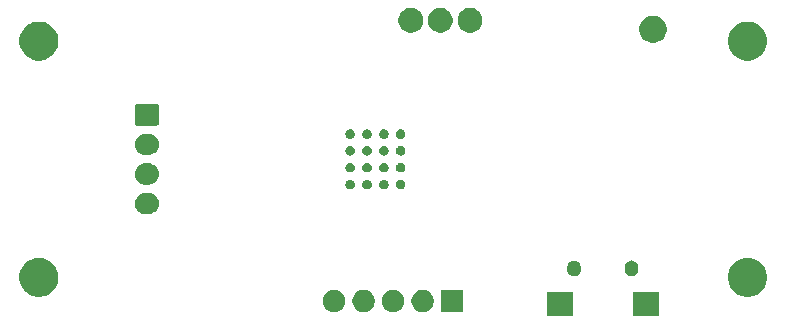
<source format=gbs>
G04 #@! TF.GenerationSoftware,KiCad,Pcbnew,(5.0.2)-1*
G04 #@! TF.CreationDate,2019-10-12T17:38:11+09:00*
G04 #@! TF.ProjectId,PD_Board,50445f42-6f61-4726-942e-6b696361645f,rev?*
G04 #@! TF.SameCoordinates,Original*
G04 #@! TF.FileFunction,Soldermask,Bot*
G04 #@! TF.FilePolarity,Negative*
%FSLAX46Y46*%
G04 Gerber Fmt 4.6, Leading zero omitted, Abs format (unit mm)*
G04 Created by KiCad (PCBNEW (5.0.2)-1) date 2019/10/12 17:38:11*
%MOMM*%
%LPD*%
G01*
G04 APERTURE LIST*
%ADD10C,0.100000*%
G04 APERTURE END LIST*
D10*
G36*
X172501000Y-103251000D02*
X170299000Y-103251000D01*
X170299000Y-101249000D01*
X172501000Y-101249000D01*
X172501000Y-103251000D01*
X172501000Y-103251000D01*
G37*
G36*
X165201000Y-103251000D02*
X162999000Y-103251000D01*
X162999000Y-101249000D01*
X165201000Y-101249000D01*
X165201000Y-103251000D01*
X165201000Y-103251000D01*
G37*
G36*
X152777396Y-101085546D02*
X152950466Y-101157234D01*
X153106230Y-101261312D01*
X153238688Y-101393770D01*
X153342766Y-101549534D01*
X153414454Y-101722604D01*
X153451000Y-101906333D01*
X153451000Y-102093667D01*
X153414454Y-102277396D01*
X153342766Y-102450466D01*
X153238688Y-102606230D01*
X153106230Y-102738688D01*
X152950466Y-102842766D01*
X152777396Y-102914454D01*
X152593667Y-102951000D01*
X152406333Y-102951000D01*
X152222604Y-102914454D01*
X152049534Y-102842766D01*
X151893770Y-102738688D01*
X151761312Y-102606230D01*
X151657234Y-102450466D01*
X151585546Y-102277396D01*
X151549000Y-102093667D01*
X151549000Y-101906333D01*
X151585546Y-101722604D01*
X151657234Y-101549534D01*
X151761312Y-101393770D01*
X151893770Y-101261312D01*
X152049534Y-101157234D01*
X152222604Y-101085546D01*
X152406333Y-101049000D01*
X152593667Y-101049000D01*
X152777396Y-101085546D01*
X152777396Y-101085546D01*
G37*
G36*
X155951000Y-102951000D02*
X154049000Y-102951000D01*
X154049000Y-101049000D01*
X155951000Y-101049000D01*
X155951000Y-102951000D01*
X155951000Y-102951000D01*
G37*
G36*
X150277396Y-101085546D02*
X150450466Y-101157234D01*
X150606230Y-101261312D01*
X150738688Y-101393770D01*
X150842766Y-101549534D01*
X150914454Y-101722604D01*
X150951000Y-101906333D01*
X150951000Y-102093667D01*
X150914454Y-102277396D01*
X150842766Y-102450466D01*
X150738688Y-102606230D01*
X150606230Y-102738688D01*
X150450466Y-102842766D01*
X150277396Y-102914454D01*
X150093667Y-102951000D01*
X149906333Y-102951000D01*
X149722604Y-102914454D01*
X149549534Y-102842766D01*
X149393770Y-102738688D01*
X149261312Y-102606230D01*
X149157234Y-102450466D01*
X149085546Y-102277396D01*
X149049000Y-102093667D01*
X149049000Y-101906333D01*
X149085546Y-101722604D01*
X149157234Y-101549534D01*
X149261312Y-101393770D01*
X149393770Y-101261312D01*
X149549534Y-101157234D01*
X149722604Y-101085546D01*
X149906333Y-101049000D01*
X150093667Y-101049000D01*
X150277396Y-101085546D01*
X150277396Y-101085546D01*
G37*
G36*
X145277396Y-101085546D02*
X145450466Y-101157234D01*
X145606230Y-101261312D01*
X145738688Y-101393770D01*
X145842766Y-101549534D01*
X145914454Y-101722604D01*
X145951000Y-101906333D01*
X145951000Y-102093667D01*
X145914454Y-102277396D01*
X145842766Y-102450466D01*
X145738688Y-102606230D01*
X145606230Y-102738688D01*
X145450466Y-102842766D01*
X145277396Y-102914454D01*
X145093667Y-102951000D01*
X144906333Y-102951000D01*
X144722604Y-102914454D01*
X144549534Y-102842766D01*
X144393770Y-102738688D01*
X144261312Y-102606230D01*
X144157234Y-102450466D01*
X144085546Y-102277396D01*
X144049000Y-102093667D01*
X144049000Y-101906333D01*
X144085546Y-101722604D01*
X144157234Y-101549534D01*
X144261312Y-101393770D01*
X144393770Y-101261312D01*
X144549534Y-101157234D01*
X144722604Y-101085546D01*
X144906333Y-101049000D01*
X145093667Y-101049000D01*
X145277396Y-101085546D01*
X145277396Y-101085546D01*
G37*
G36*
X147777396Y-101085546D02*
X147950466Y-101157234D01*
X148106230Y-101261312D01*
X148238688Y-101393770D01*
X148342766Y-101549534D01*
X148414454Y-101722604D01*
X148451000Y-101906333D01*
X148451000Y-102093667D01*
X148414454Y-102277396D01*
X148342766Y-102450466D01*
X148238688Y-102606230D01*
X148106230Y-102738688D01*
X147950466Y-102842766D01*
X147777396Y-102914454D01*
X147593667Y-102951000D01*
X147406333Y-102951000D01*
X147222604Y-102914454D01*
X147049534Y-102842766D01*
X146893770Y-102738688D01*
X146761312Y-102606230D01*
X146657234Y-102450466D01*
X146585546Y-102277396D01*
X146549000Y-102093667D01*
X146549000Y-101906333D01*
X146585546Y-101722604D01*
X146657234Y-101549534D01*
X146761312Y-101393770D01*
X146893770Y-101261312D01*
X147049534Y-101157234D01*
X147222604Y-101085546D01*
X147406333Y-101049000D01*
X147593667Y-101049000D01*
X147777396Y-101085546D01*
X147777396Y-101085546D01*
G37*
G36*
X120375256Y-98391298D02*
X120481579Y-98412447D01*
X120782042Y-98536903D01*
X120899332Y-98615274D01*
X121052454Y-98717587D01*
X121282413Y-98947546D01*
X121282415Y-98947549D01*
X121463097Y-99217958D01*
X121564562Y-99462915D01*
X121587553Y-99518422D01*
X121651000Y-99837389D01*
X121651000Y-100162611D01*
X121587553Y-100481578D01*
X121463098Y-100782040D01*
X121282413Y-101052454D01*
X121052454Y-101282413D01*
X121052451Y-101282415D01*
X120782042Y-101463097D01*
X120481579Y-101587553D01*
X120375256Y-101608702D01*
X120162611Y-101651000D01*
X119837389Y-101651000D01*
X119624744Y-101608702D01*
X119518421Y-101587553D01*
X119217958Y-101463097D01*
X118947549Y-101282415D01*
X118947546Y-101282413D01*
X118717587Y-101052454D01*
X118536902Y-100782040D01*
X118412447Y-100481578D01*
X118349000Y-100162611D01*
X118349000Y-99837389D01*
X118412447Y-99518422D01*
X118435439Y-99462915D01*
X118536903Y-99217958D01*
X118717585Y-98947549D01*
X118717587Y-98947546D01*
X118947546Y-98717587D01*
X119100668Y-98615274D01*
X119217958Y-98536903D01*
X119518421Y-98412447D01*
X119624744Y-98391298D01*
X119837389Y-98349000D01*
X120162611Y-98349000D01*
X120375256Y-98391298D01*
X120375256Y-98391298D01*
G37*
G36*
X180375256Y-98391298D02*
X180481579Y-98412447D01*
X180782042Y-98536903D01*
X180899332Y-98615274D01*
X181052454Y-98717587D01*
X181282413Y-98947546D01*
X181282415Y-98947549D01*
X181463097Y-99217958D01*
X181564562Y-99462915D01*
X181587553Y-99518422D01*
X181651000Y-99837389D01*
X181651000Y-100162611D01*
X181587553Y-100481578D01*
X181463098Y-100782040D01*
X181282413Y-101052454D01*
X181052454Y-101282413D01*
X181052451Y-101282415D01*
X180782042Y-101463097D01*
X180481579Y-101587553D01*
X180375256Y-101608702D01*
X180162611Y-101651000D01*
X179837389Y-101651000D01*
X179624744Y-101608702D01*
X179518421Y-101587553D01*
X179217958Y-101463097D01*
X178947549Y-101282415D01*
X178947546Y-101282413D01*
X178717587Y-101052454D01*
X178536902Y-100782040D01*
X178412447Y-100481578D01*
X178349000Y-100162611D01*
X178349000Y-99837389D01*
X178412447Y-99518422D01*
X178435439Y-99462915D01*
X178536903Y-99217958D01*
X178717585Y-98947549D01*
X178717587Y-98947546D01*
X178947546Y-98717587D01*
X179100668Y-98615274D01*
X179217958Y-98536903D01*
X179518421Y-98412447D01*
X179624744Y-98391298D01*
X179837389Y-98349000D01*
X180162611Y-98349000D01*
X180375256Y-98391298D01*
X180375256Y-98391298D01*
G37*
G36*
X170287915Y-98582334D02*
X170396491Y-98615271D01*
X170496556Y-98668756D01*
X170584264Y-98740736D01*
X170656244Y-98828443D01*
X170709729Y-98928508D01*
X170742666Y-99037084D01*
X170751000Y-99121702D01*
X170751000Y-99378297D01*
X170742666Y-99462915D01*
X170709729Y-99571491D01*
X170656244Y-99671556D01*
X170584264Y-99759264D01*
X170496557Y-99831244D01*
X170396492Y-99884729D01*
X170287916Y-99917666D01*
X170175000Y-99928787D01*
X170062085Y-99917666D01*
X169953509Y-99884729D01*
X169853444Y-99831244D01*
X169765737Y-99759264D01*
X169693757Y-99671557D01*
X169640271Y-99571492D01*
X169607334Y-99462916D01*
X169599000Y-99378298D01*
X169599000Y-99121703D01*
X169607334Y-99037085D01*
X169640271Y-98928509D01*
X169693756Y-98828444D01*
X169765736Y-98740736D01*
X169853443Y-98668756D01*
X169953508Y-98615271D01*
X170062084Y-98582334D01*
X170175000Y-98571213D01*
X170287915Y-98582334D01*
X170287915Y-98582334D01*
G37*
G36*
X165437915Y-98582334D02*
X165546491Y-98615271D01*
X165646556Y-98668756D01*
X165734264Y-98740736D01*
X165806244Y-98828443D01*
X165859729Y-98928508D01*
X165892666Y-99037084D01*
X165901000Y-99121702D01*
X165901000Y-99378297D01*
X165892666Y-99462915D01*
X165859729Y-99571491D01*
X165806244Y-99671556D01*
X165734264Y-99759264D01*
X165646557Y-99831244D01*
X165546492Y-99884729D01*
X165437916Y-99917666D01*
X165325000Y-99928787D01*
X165212085Y-99917666D01*
X165103509Y-99884729D01*
X165003444Y-99831244D01*
X164915737Y-99759264D01*
X164843757Y-99671557D01*
X164790271Y-99571492D01*
X164757334Y-99462916D01*
X164749000Y-99378298D01*
X164749000Y-99121703D01*
X164757334Y-99037085D01*
X164790271Y-98928509D01*
X164843756Y-98828444D01*
X164915736Y-98740736D01*
X165003443Y-98668756D01*
X165103508Y-98615271D01*
X165212084Y-98582334D01*
X165325000Y-98571213D01*
X165437915Y-98582334D01*
X165437915Y-98582334D01*
G37*
G36*
X129385443Y-92855519D02*
X129451627Y-92862037D01*
X129564853Y-92896384D01*
X129621467Y-92913557D01*
X129760087Y-92987652D01*
X129777991Y-92997222D01*
X129813729Y-93026552D01*
X129915186Y-93109814D01*
X129998448Y-93211271D01*
X130027778Y-93247009D01*
X130027779Y-93247011D01*
X130111443Y-93403533D01*
X130111443Y-93403534D01*
X130162963Y-93573373D01*
X130180359Y-93750000D01*
X130162963Y-93926627D01*
X130128616Y-94039853D01*
X130111443Y-94096467D01*
X130037348Y-94235087D01*
X130027778Y-94252991D01*
X129998448Y-94288729D01*
X129915186Y-94390186D01*
X129813729Y-94473448D01*
X129777991Y-94502778D01*
X129777989Y-94502779D01*
X129621467Y-94586443D01*
X129564853Y-94603616D01*
X129451627Y-94637963D01*
X129385443Y-94644481D01*
X129319260Y-94651000D01*
X128980740Y-94651000D01*
X128914558Y-94644482D01*
X128848373Y-94637963D01*
X128735147Y-94603616D01*
X128678533Y-94586443D01*
X128522011Y-94502779D01*
X128522009Y-94502778D01*
X128486271Y-94473448D01*
X128384814Y-94390186D01*
X128301552Y-94288729D01*
X128272222Y-94252991D01*
X128262652Y-94235087D01*
X128188557Y-94096467D01*
X128171384Y-94039853D01*
X128137037Y-93926627D01*
X128119641Y-93750000D01*
X128137037Y-93573373D01*
X128188557Y-93403534D01*
X128188557Y-93403533D01*
X128272221Y-93247011D01*
X128272222Y-93247009D01*
X128301552Y-93211271D01*
X128384814Y-93109814D01*
X128486271Y-93026552D01*
X128522009Y-92997222D01*
X128539913Y-92987652D01*
X128678533Y-92913557D01*
X128735147Y-92896384D01*
X128848373Y-92862037D01*
X128914557Y-92855519D01*
X128980740Y-92849000D01*
X129319260Y-92849000D01*
X129385443Y-92855519D01*
X129385443Y-92855519D01*
G37*
G36*
X147866951Y-91738075D02*
X147906291Y-91745900D01*
X147980405Y-91776599D01*
X148047107Y-91821168D01*
X148103832Y-91877893D01*
X148148401Y-91944595D01*
X148179100Y-92018709D01*
X148194750Y-92097389D01*
X148194750Y-92177611D01*
X148179100Y-92256291D01*
X148148401Y-92330405D01*
X148103832Y-92397107D01*
X148047107Y-92453832D01*
X147980405Y-92498401D01*
X147906291Y-92529100D01*
X147866951Y-92536925D01*
X147827612Y-92544750D01*
X147747388Y-92544750D01*
X147708049Y-92536925D01*
X147668709Y-92529100D01*
X147594595Y-92498401D01*
X147527893Y-92453832D01*
X147471168Y-92397107D01*
X147426599Y-92330405D01*
X147395900Y-92256291D01*
X147380250Y-92177611D01*
X147380250Y-92097389D01*
X147395900Y-92018709D01*
X147426599Y-91944595D01*
X147471168Y-91877893D01*
X147527893Y-91821168D01*
X147594595Y-91776599D01*
X147668709Y-91745900D01*
X147708049Y-91738075D01*
X147747388Y-91730250D01*
X147827612Y-91730250D01*
X147866951Y-91738075D01*
X147866951Y-91738075D01*
G37*
G36*
X146441951Y-91738075D02*
X146481291Y-91745900D01*
X146555405Y-91776599D01*
X146622107Y-91821168D01*
X146678832Y-91877893D01*
X146723401Y-91944595D01*
X146754100Y-92018709D01*
X146769750Y-92097389D01*
X146769750Y-92177611D01*
X146754100Y-92256291D01*
X146723401Y-92330405D01*
X146678832Y-92397107D01*
X146622107Y-92453832D01*
X146555405Y-92498401D01*
X146481291Y-92529100D01*
X146441951Y-92536925D01*
X146402612Y-92544750D01*
X146322388Y-92544750D01*
X146283049Y-92536925D01*
X146243709Y-92529100D01*
X146169595Y-92498401D01*
X146102893Y-92453832D01*
X146046168Y-92397107D01*
X146001599Y-92330405D01*
X145970900Y-92256291D01*
X145955250Y-92177611D01*
X145955250Y-92097389D01*
X145970900Y-92018709D01*
X146001599Y-91944595D01*
X146046168Y-91877893D01*
X146102893Y-91821168D01*
X146169595Y-91776599D01*
X146243709Y-91745900D01*
X146283049Y-91738075D01*
X146322388Y-91730250D01*
X146402612Y-91730250D01*
X146441951Y-91738075D01*
X146441951Y-91738075D01*
G37*
G36*
X149291951Y-91738075D02*
X149331291Y-91745900D01*
X149405405Y-91776599D01*
X149472107Y-91821168D01*
X149528832Y-91877893D01*
X149573401Y-91944595D01*
X149604100Y-92018709D01*
X149619750Y-92097389D01*
X149619750Y-92177611D01*
X149604100Y-92256291D01*
X149573401Y-92330405D01*
X149528832Y-92397107D01*
X149472107Y-92453832D01*
X149405405Y-92498401D01*
X149331291Y-92529100D01*
X149291951Y-92536925D01*
X149252612Y-92544750D01*
X149172388Y-92544750D01*
X149133049Y-92536925D01*
X149093709Y-92529100D01*
X149019595Y-92498401D01*
X148952893Y-92453832D01*
X148896168Y-92397107D01*
X148851599Y-92330405D01*
X148820900Y-92256291D01*
X148805250Y-92177611D01*
X148805250Y-92097389D01*
X148820900Y-92018709D01*
X148851599Y-91944595D01*
X148896168Y-91877893D01*
X148952893Y-91821168D01*
X149019595Y-91776599D01*
X149093709Y-91745900D01*
X149133049Y-91738075D01*
X149172388Y-91730250D01*
X149252612Y-91730250D01*
X149291951Y-91738075D01*
X149291951Y-91738075D01*
G37*
G36*
X150716951Y-91738075D02*
X150756291Y-91745900D01*
X150830405Y-91776599D01*
X150897107Y-91821168D01*
X150953832Y-91877893D01*
X150998401Y-91944595D01*
X151029100Y-92018709D01*
X151044750Y-92097389D01*
X151044750Y-92177611D01*
X151029100Y-92256291D01*
X150998401Y-92330405D01*
X150953832Y-92397107D01*
X150897107Y-92453832D01*
X150830405Y-92498401D01*
X150756291Y-92529100D01*
X150716951Y-92536925D01*
X150677612Y-92544750D01*
X150597388Y-92544750D01*
X150558049Y-92536925D01*
X150518709Y-92529100D01*
X150444595Y-92498401D01*
X150377893Y-92453832D01*
X150321168Y-92397107D01*
X150276599Y-92330405D01*
X150245900Y-92256291D01*
X150230250Y-92177611D01*
X150230250Y-92097389D01*
X150245900Y-92018709D01*
X150276599Y-91944595D01*
X150321168Y-91877893D01*
X150377893Y-91821168D01*
X150444595Y-91776599D01*
X150518709Y-91745900D01*
X150558049Y-91738075D01*
X150597388Y-91730250D01*
X150677612Y-91730250D01*
X150716951Y-91738075D01*
X150716951Y-91738075D01*
G37*
G36*
X129385442Y-90355518D02*
X129451627Y-90362037D01*
X129564142Y-90396168D01*
X129621467Y-90413557D01*
X129695058Y-90452893D01*
X129777991Y-90497222D01*
X129805252Y-90519595D01*
X129915186Y-90609814D01*
X129966538Y-90672388D01*
X130027778Y-90747009D01*
X130027779Y-90747011D01*
X130111443Y-90903533D01*
X130111443Y-90903534D01*
X130162963Y-91073373D01*
X130180359Y-91250000D01*
X130162963Y-91426627D01*
X130128616Y-91539853D01*
X130111443Y-91596467D01*
X130039933Y-91730250D01*
X130027778Y-91752991D01*
X130008403Y-91776599D01*
X129915186Y-91890186D01*
X129848887Y-91944595D01*
X129777991Y-92002778D01*
X129777989Y-92002779D01*
X129621467Y-92086443D01*
X129585385Y-92097388D01*
X129451627Y-92137963D01*
X129385443Y-92144481D01*
X129319260Y-92151000D01*
X128980740Y-92151000D01*
X128914557Y-92144481D01*
X128848373Y-92137963D01*
X128714615Y-92097388D01*
X128678533Y-92086443D01*
X128522011Y-92002779D01*
X128522009Y-92002778D01*
X128451113Y-91944595D01*
X128384814Y-91890186D01*
X128291597Y-91776599D01*
X128272222Y-91752991D01*
X128260067Y-91730250D01*
X128188557Y-91596467D01*
X128171384Y-91539853D01*
X128137037Y-91426627D01*
X128119641Y-91250000D01*
X128137037Y-91073373D01*
X128188557Y-90903534D01*
X128188557Y-90903533D01*
X128272221Y-90747011D01*
X128272222Y-90747009D01*
X128333462Y-90672388D01*
X128384814Y-90609814D01*
X128494748Y-90519595D01*
X128522009Y-90497222D01*
X128604942Y-90452893D01*
X128678533Y-90413557D01*
X128735858Y-90396168D01*
X128848373Y-90362037D01*
X128914558Y-90355518D01*
X128980740Y-90349000D01*
X129319260Y-90349000D01*
X129385442Y-90355518D01*
X129385442Y-90355518D01*
G37*
G36*
X147866951Y-90313075D02*
X147906291Y-90320900D01*
X147980405Y-90351599D01*
X148047107Y-90396168D01*
X148103832Y-90452893D01*
X148148401Y-90519595D01*
X148179100Y-90593709D01*
X148194750Y-90672389D01*
X148194750Y-90752611D01*
X148179100Y-90831291D01*
X148148401Y-90905405D01*
X148103832Y-90972107D01*
X148047107Y-91028832D01*
X147980405Y-91073401D01*
X147906291Y-91104100D01*
X147866951Y-91111925D01*
X147827612Y-91119750D01*
X147747388Y-91119750D01*
X147708049Y-91111925D01*
X147668709Y-91104100D01*
X147594595Y-91073401D01*
X147527893Y-91028832D01*
X147471168Y-90972107D01*
X147426599Y-90905405D01*
X147395900Y-90831291D01*
X147380250Y-90752611D01*
X147380250Y-90672389D01*
X147395900Y-90593709D01*
X147426599Y-90519595D01*
X147471168Y-90452893D01*
X147527893Y-90396168D01*
X147594595Y-90351599D01*
X147668709Y-90320900D01*
X147708049Y-90313075D01*
X147747388Y-90305250D01*
X147827612Y-90305250D01*
X147866951Y-90313075D01*
X147866951Y-90313075D01*
G37*
G36*
X150716951Y-90313075D02*
X150756291Y-90320900D01*
X150830405Y-90351599D01*
X150897107Y-90396168D01*
X150953832Y-90452893D01*
X150998401Y-90519595D01*
X151029100Y-90593709D01*
X151044750Y-90672389D01*
X151044750Y-90752611D01*
X151029100Y-90831291D01*
X150998401Y-90905405D01*
X150953832Y-90972107D01*
X150897107Y-91028832D01*
X150830405Y-91073401D01*
X150756291Y-91104100D01*
X150716951Y-91111925D01*
X150677612Y-91119750D01*
X150597388Y-91119750D01*
X150558049Y-91111925D01*
X150518709Y-91104100D01*
X150444595Y-91073401D01*
X150377893Y-91028832D01*
X150321168Y-90972107D01*
X150276599Y-90905405D01*
X150245900Y-90831291D01*
X150230250Y-90752611D01*
X150230250Y-90672389D01*
X150245900Y-90593709D01*
X150276599Y-90519595D01*
X150321168Y-90452893D01*
X150377893Y-90396168D01*
X150444595Y-90351599D01*
X150518709Y-90320900D01*
X150558049Y-90313075D01*
X150597388Y-90305250D01*
X150677612Y-90305250D01*
X150716951Y-90313075D01*
X150716951Y-90313075D01*
G37*
G36*
X146441951Y-90313075D02*
X146481291Y-90320900D01*
X146555405Y-90351599D01*
X146622107Y-90396168D01*
X146678832Y-90452893D01*
X146723401Y-90519595D01*
X146754100Y-90593709D01*
X146769750Y-90672389D01*
X146769750Y-90752611D01*
X146754100Y-90831291D01*
X146723401Y-90905405D01*
X146678832Y-90972107D01*
X146622107Y-91028832D01*
X146555405Y-91073401D01*
X146481291Y-91104100D01*
X146441951Y-91111925D01*
X146402612Y-91119750D01*
X146322388Y-91119750D01*
X146283049Y-91111925D01*
X146243709Y-91104100D01*
X146169595Y-91073401D01*
X146102893Y-91028832D01*
X146046168Y-90972107D01*
X146001599Y-90905405D01*
X145970900Y-90831291D01*
X145955250Y-90752611D01*
X145955250Y-90672389D01*
X145970900Y-90593709D01*
X146001599Y-90519595D01*
X146046168Y-90452893D01*
X146102893Y-90396168D01*
X146169595Y-90351599D01*
X146243709Y-90320900D01*
X146283049Y-90313075D01*
X146322388Y-90305250D01*
X146402612Y-90305250D01*
X146441951Y-90313075D01*
X146441951Y-90313075D01*
G37*
G36*
X149291951Y-90313075D02*
X149331291Y-90320900D01*
X149405405Y-90351599D01*
X149472107Y-90396168D01*
X149528832Y-90452893D01*
X149573401Y-90519595D01*
X149604100Y-90593709D01*
X149619750Y-90672389D01*
X149619750Y-90752611D01*
X149604100Y-90831291D01*
X149573401Y-90905405D01*
X149528832Y-90972107D01*
X149472107Y-91028832D01*
X149405405Y-91073401D01*
X149331291Y-91104100D01*
X149291951Y-91111925D01*
X149252612Y-91119750D01*
X149172388Y-91119750D01*
X149133049Y-91111925D01*
X149093709Y-91104100D01*
X149019595Y-91073401D01*
X148952893Y-91028832D01*
X148896168Y-90972107D01*
X148851599Y-90905405D01*
X148820900Y-90831291D01*
X148805250Y-90752611D01*
X148805250Y-90672389D01*
X148820900Y-90593709D01*
X148851599Y-90519595D01*
X148896168Y-90452893D01*
X148952893Y-90396168D01*
X149019595Y-90351599D01*
X149093709Y-90320900D01*
X149133049Y-90313075D01*
X149172388Y-90305250D01*
X149252612Y-90305250D01*
X149291951Y-90313075D01*
X149291951Y-90313075D01*
G37*
G36*
X147866951Y-88888075D02*
X147906291Y-88895900D01*
X147980405Y-88926599D01*
X148047107Y-88971168D01*
X148103832Y-89027893D01*
X148148401Y-89094595D01*
X148179100Y-89168709D01*
X148194750Y-89247389D01*
X148194750Y-89327611D01*
X148179100Y-89406291D01*
X148148401Y-89480405D01*
X148103832Y-89547107D01*
X148047107Y-89603832D01*
X147980405Y-89648401D01*
X147906291Y-89679100D01*
X147866951Y-89686925D01*
X147827612Y-89694750D01*
X147747388Y-89694750D01*
X147708049Y-89686925D01*
X147668709Y-89679100D01*
X147594595Y-89648401D01*
X147527893Y-89603832D01*
X147471168Y-89547107D01*
X147426599Y-89480405D01*
X147395900Y-89406291D01*
X147380250Y-89327611D01*
X147380250Y-89247389D01*
X147395900Y-89168709D01*
X147426599Y-89094595D01*
X147471168Y-89027893D01*
X147527893Y-88971168D01*
X147594595Y-88926599D01*
X147668709Y-88895900D01*
X147708049Y-88888075D01*
X147747388Y-88880250D01*
X147827612Y-88880250D01*
X147866951Y-88888075D01*
X147866951Y-88888075D01*
G37*
G36*
X146441951Y-88888075D02*
X146481291Y-88895900D01*
X146555405Y-88926599D01*
X146622107Y-88971168D01*
X146678832Y-89027893D01*
X146723401Y-89094595D01*
X146754100Y-89168709D01*
X146769750Y-89247389D01*
X146769750Y-89327611D01*
X146754100Y-89406291D01*
X146723401Y-89480405D01*
X146678832Y-89547107D01*
X146622107Y-89603832D01*
X146555405Y-89648401D01*
X146481291Y-89679100D01*
X146441951Y-89686925D01*
X146402612Y-89694750D01*
X146322388Y-89694750D01*
X146283049Y-89686925D01*
X146243709Y-89679100D01*
X146169595Y-89648401D01*
X146102893Y-89603832D01*
X146046168Y-89547107D01*
X146001599Y-89480405D01*
X145970900Y-89406291D01*
X145955250Y-89327611D01*
X145955250Y-89247389D01*
X145970900Y-89168709D01*
X146001599Y-89094595D01*
X146046168Y-89027893D01*
X146102893Y-88971168D01*
X146169595Y-88926599D01*
X146243709Y-88895900D01*
X146283049Y-88888075D01*
X146322388Y-88880250D01*
X146402612Y-88880250D01*
X146441951Y-88888075D01*
X146441951Y-88888075D01*
G37*
G36*
X149291951Y-88888075D02*
X149331291Y-88895900D01*
X149405405Y-88926599D01*
X149472107Y-88971168D01*
X149528832Y-89027893D01*
X149573401Y-89094595D01*
X149604100Y-89168709D01*
X149619750Y-89247389D01*
X149619750Y-89327611D01*
X149604100Y-89406291D01*
X149573401Y-89480405D01*
X149528832Y-89547107D01*
X149472107Y-89603832D01*
X149405405Y-89648401D01*
X149331291Y-89679100D01*
X149291951Y-89686925D01*
X149252612Y-89694750D01*
X149172388Y-89694750D01*
X149133049Y-89686925D01*
X149093709Y-89679100D01*
X149019595Y-89648401D01*
X148952893Y-89603832D01*
X148896168Y-89547107D01*
X148851599Y-89480405D01*
X148820900Y-89406291D01*
X148805250Y-89327611D01*
X148805250Y-89247389D01*
X148820900Y-89168709D01*
X148851599Y-89094595D01*
X148896168Y-89027893D01*
X148952893Y-88971168D01*
X149019595Y-88926599D01*
X149093709Y-88895900D01*
X149133049Y-88888075D01*
X149172388Y-88880250D01*
X149252612Y-88880250D01*
X149291951Y-88888075D01*
X149291951Y-88888075D01*
G37*
G36*
X150716951Y-88888075D02*
X150756291Y-88895900D01*
X150830405Y-88926599D01*
X150897107Y-88971168D01*
X150953832Y-89027893D01*
X150998401Y-89094595D01*
X151029100Y-89168709D01*
X151044750Y-89247389D01*
X151044750Y-89327611D01*
X151029100Y-89406291D01*
X150998401Y-89480405D01*
X150953832Y-89547107D01*
X150897107Y-89603832D01*
X150830405Y-89648401D01*
X150756291Y-89679100D01*
X150716951Y-89686925D01*
X150677612Y-89694750D01*
X150597388Y-89694750D01*
X150558049Y-89686925D01*
X150518709Y-89679100D01*
X150444595Y-89648401D01*
X150377893Y-89603832D01*
X150321168Y-89547107D01*
X150276599Y-89480405D01*
X150245900Y-89406291D01*
X150230250Y-89327611D01*
X150230250Y-89247389D01*
X150245900Y-89168709D01*
X150276599Y-89094595D01*
X150321168Y-89027893D01*
X150377893Y-88971168D01*
X150444595Y-88926599D01*
X150518709Y-88895900D01*
X150558049Y-88888075D01*
X150597388Y-88880250D01*
X150677612Y-88880250D01*
X150716951Y-88888075D01*
X150716951Y-88888075D01*
G37*
G36*
X129385442Y-87855518D02*
X129451627Y-87862037D01*
X129564853Y-87896384D01*
X129621467Y-87913557D01*
X129760087Y-87987652D01*
X129777991Y-87997222D01*
X129813729Y-88026552D01*
X129915186Y-88109814D01*
X129998448Y-88211271D01*
X130027778Y-88247009D01*
X130027779Y-88247011D01*
X130111443Y-88403533D01*
X130111443Y-88403534D01*
X130162963Y-88573373D01*
X130180359Y-88750000D01*
X130162963Y-88926627D01*
X130149451Y-88971169D01*
X130111443Y-89096467D01*
X130037348Y-89235087D01*
X130027778Y-89252991D01*
X129998448Y-89288729D01*
X129915186Y-89390186D01*
X129813729Y-89473448D01*
X129777991Y-89502778D01*
X129777989Y-89502779D01*
X129621467Y-89586443D01*
X129564853Y-89603616D01*
X129451627Y-89637963D01*
X129385442Y-89644482D01*
X129319260Y-89651000D01*
X128980740Y-89651000D01*
X128914558Y-89644482D01*
X128848373Y-89637963D01*
X128735147Y-89603616D01*
X128678533Y-89586443D01*
X128522011Y-89502779D01*
X128522009Y-89502778D01*
X128486271Y-89473448D01*
X128384814Y-89390186D01*
X128301552Y-89288729D01*
X128272222Y-89252991D01*
X128262652Y-89235087D01*
X128188557Y-89096467D01*
X128150549Y-88971169D01*
X128137037Y-88926627D01*
X128119641Y-88750000D01*
X128137037Y-88573373D01*
X128188557Y-88403534D01*
X128188557Y-88403533D01*
X128272221Y-88247011D01*
X128272222Y-88247009D01*
X128301552Y-88211271D01*
X128384814Y-88109814D01*
X128486271Y-88026552D01*
X128522009Y-87997222D01*
X128539913Y-87987652D01*
X128678533Y-87913557D01*
X128735147Y-87896384D01*
X128848373Y-87862037D01*
X128914558Y-87855518D01*
X128980740Y-87849000D01*
X129319260Y-87849000D01*
X129385442Y-87855518D01*
X129385442Y-87855518D01*
G37*
G36*
X147866951Y-87463075D02*
X147906291Y-87470900D01*
X147980405Y-87501599D01*
X148047107Y-87546168D01*
X148103832Y-87602893D01*
X148148401Y-87669595D01*
X148179100Y-87743709D01*
X148194750Y-87822389D01*
X148194750Y-87902611D01*
X148179100Y-87981291D01*
X148148401Y-88055405D01*
X148103832Y-88122107D01*
X148047107Y-88178832D01*
X147980405Y-88223401D01*
X147906291Y-88254100D01*
X147866951Y-88261925D01*
X147827612Y-88269750D01*
X147747388Y-88269750D01*
X147708049Y-88261925D01*
X147668709Y-88254100D01*
X147594595Y-88223401D01*
X147527893Y-88178832D01*
X147471168Y-88122107D01*
X147426599Y-88055405D01*
X147395900Y-87981291D01*
X147380250Y-87902611D01*
X147380250Y-87822389D01*
X147395900Y-87743709D01*
X147426599Y-87669595D01*
X147471168Y-87602893D01*
X147527893Y-87546168D01*
X147594595Y-87501599D01*
X147668709Y-87470900D01*
X147708049Y-87463075D01*
X147747388Y-87455250D01*
X147827612Y-87455250D01*
X147866951Y-87463075D01*
X147866951Y-87463075D01*
G37*
G36*
X149291951Y-87463075D02*
X149331291Y-87470900D01*
X149405405Y-87501599D01*
X149472107Y-87546168D01*
X149528832Y-87602893D01*
X149573401Y-87669595D01*
X149604100Y-87743709D01*
X149619750Y-87822389D01*
X149619750Y-87902611D01*
X149604100Y-87981291D01*
X149573401Y-88055405D01*
X149528832Y-88122107D01*
X149472107Y-88178832D01*
X149405405Y-88223401D01*
X149331291Y-88254100D01*
X149291951Y-88261925D01*
X149252612Y-88269750D01*
X149172388Y-88269750D01*
X149133049Y-88261925D01*
X149093709Y-88254100D01*
X149019595Y-88223401D01*
X148952893Y-88178832D01*
X148896168Y-88122107D01*
X148851599Y-88055405D01*
X148820900Y-87981291D01*
X148805250Y-87902611D01*
X148805250Y-87822389D01*
X148820900Y-87743709D01*
X148851599Y-87669595D01*
X148896168Y-87602893D01*
X148952893Y-87546168D01*
X149019595Y-87501599D01*
X149093709Y-87470900D01*
X149133049Y-87463075D01*
X149172388Y-87455250D01*
X149252612Y-87455250D01*
X149291951Y-87463075D01*
X149291951Y-87463075D01*
G37*
G36*
X146441951Y-87463075D02*
X146481291Y-87470900D01*
X146555405Y-87501599D01*
X146622107Y-87546168D01*
X146678832Y-87602893D01*
X146723401Y-87669595D01*
X146754100Y-87743709D01*
X146769750Y-87822389D01*
X146769750Y-87902611D01*
X146754100Y-87981291D01*
X146723401Y-88055405D01*
X146678832Y-88122107D01*
X146622107Y-88178832D01*
X146555405Y-88223401D01*
X146481291Y-88254100D01*
X146441951Y-88261925D01*
X146402612Y-88269750D01*
X146322388Y-88269750D01*
X146283049Y-88261925D01*
X146243709Y-88254100D01*
X146169595Y-88223401D01*
X146102893Y-88178832D01*
X146046168Y-88122107D01*
X146001599Y-88055405D01*
X145970900Y-87981291D01*
X145955250Y-87902611D01*
X145955250Y-87822389D01*
X145970900Y-87743709D01*
X146001599Y-87669595D01*
X146046168Y-87602893D01*
X146102893Y-87546168D01*
X146169595Y-87501599D01*
X146243709Y-87470900D01*
X146283049Y-87463075D01*
X146322388Y-87455250D01*
X146402612Y-87455250D01*
X146441951Y-87463075D01*
X146441951Y-87463075D01*
G37*
G36*
X150716951Y-87463075D02*
X150756291Y-87470900D01*
X150830405Y-87501599D01*
X150897107Y-87546168D01*
X150953832Y-87602893D01*
X150998401Y-87669595D01*
X151029100Y-87743709D01*
X151044750Y-87822389D01*
X151044750Y-87902611D01*
X151029100Y-87981291D01*
X150998401Y-88055405D01*
X150953832Y-88122107D01*
X150897107Y-88178832D01*
X150830405Y-88223401D01*
X150756291Y-88254100D01*
X150716951Y-88261925D01*
X150677612Y-88269750D01*
X150597388Y-88269750D01*
X150558049Y-88261925D01*
X150518709Y-88254100D01*
X150444595Y-88223401D01*
X150377893Y-88178832D01*
X150321168Y-88122107D01*
X150276599Y-88055405D01*
X150245900Y-87981291D01*
X150230250Y-87902611D01*
X150230250Y-87822389D01*
X150245900Y-87743709D01*
X150276599Y-87669595D01*
X150321168Y-87602893D01*
X150377893Y-87546168D01*
X150444595Y-87501599D01*
X150518709Y-87470900D01*
X150558049Y-87463075D01*
X150597388Y-87455250D01*
X150677612Y-87455250D01*
X150716951Y-87463075D01*
X150716951Y-87463075D01*
G37*
G36*
X130033600Y-85352989D02*
X130066649Y-85363014D01*
X130097106Y-85379294D01*
X130123799Y-85401201D01*
X130145706Y-85427894D01*
X130161986Y-85458351D01*
X130172011Y-85491400D01*
X130176000Y-85531904D01*
X130176000Y-86968096D01*
X130172011Y-87008600D01*
X130161986Y-87041649D01*
X130145706Y-87072106D01*
X130123799Y-87098799D01*
X130097106Y-87120706D01*
X130066649Y-87136986D01*
X130033600Y-87147011D01*
X129993096Y-87151000D01*
X128306904Y-87151000D01*
X128266400Y-87147011D01*
X128233351Y-87136986D01*
X128202894Y-87120706D01*
X128176201Y-87098799D01*
X128154294Y-87072106D01*
X128138014Y-87041649D01*
X128127989Y-87008600D01*
X128124000Y-86968096D01*
X128124000Y-85531904D01*
X128127989Y-85491400D01*
X128138014Y-85458351D01*
X128154294Y-85427894D01*
X128176201Y-85401201D01*
X128202894Y-85379294D01*
X128233351Y-85363014D01*
X128266400Y-85352989D01*
X128306904Y-85349000D01*
X129993096Y-85349000D01*
X130033600Y-85352989D01*
X130033600Y-85352989D01*
G37*
G36*
X180375256Y-78391298D02*
X180481579Y-78412447D01*
X180782042Y-78536903D01*
X180811468Y-78556565D01*
X181052454Y-78717587D01*
X181282413Y-78947546D01*
X181282415Y-78947549D01*
X181438660Y-79181385D01*
X181463098Y-79217960D01*
X181587553Y-79518422D01*
X181651000Y-79837389D01*
X181651000Y-80162611D01*
X181587553Y-80481578D01*
X181463098Y-80782040D01*
X181282413Y-81052454D01*
X181052454Y-81282413D01*
X181052451Y-81282415D01*
X180782042Y-81463097D01*
X180481579Y-81587553D01*
X180375256Y-81608702D01*
X180162611Y-81651000D01*
X179837389Y-81651000D01*
X179624744Y-81608702D01*
X179518421Y-81587553D01*
X179217958Y-81463097D01*
X178947549Y-81282415D01*
X178947546Y-81282413D01*
X178717587Y-81052454D01*
X178536902Y-80782040D01*
X178412447Y-80481578D01*
X178349000Y-80162611D01*
X178349000Y-79837389D01*
X178412447Y-79518422D01*
X178536902Y-79217960D01*
X178561341Y-79181385D01*
X178717585Y-78947549D01*
X178717587Y-78947546D01*
X178947546Y-78717587D01*
X179188532Y-78556565D01*
X179217958Y-78536903D01*
X179518421Y-78412447D01*
X179624744Y-78391298D01*
X179837389Y-78349000D01*
X180162611Y-78349000D01*
X180375256Y-78391298D01*
X180375256Y-78391298D01*
G37*
G36*
X120375256Y-78391298D02*
X120481579Y-78412447D01*
X120782042Y-78536903D01*
X120811468Y-78556565D01*
X121052454Y-78717587D01*
X121282413Y-78947546D01*
X121282415Y-78947549D01*
X121438660Y-79181385D01*
X121463098Y-79217960D01*
X121587553Y-79518422D01*
X121651000Y-79837389D01*
X121651000Y-80162611D01*
X121587553Y-80481578D01*
X121463098Y-80782040D01*
X121282413Y-81052454D01*
X121052454Y-81282413D01*
X121052451Y-81282415D01*
X120782042Y-81463097D01*
X120481579Y-81587553D01*
X120375256Y-81608702D01*
X120162611Y-81651000D01*
X119837389Y-81651000D01*
X119624744Y-81608702D01*
X119518421Y-81587553D01*
X119217958Y-81463097D01*
X118947549Y-81282415D01*
X118947546Y-81282413D01*
X118717587Y-81052454D01*
X118536902Y-80782040D01*
X118412447Y-80481578D01*
X118349000Y-80162611D01*
X118349000Y-79837389D01*
X118412447Y-79518422D01*
X118536902Y-79217960D01*
X118561341Y-79181385D01*
X118717585Y-78947549D01*
X118717587Y-78947546D01*
X118947546Y-78717587D01*
X119188532Y-78556565D01*
X119217958Y-78536903D01*
X119518421Y-78412447D01*
X119624744Y-78391298D01*
X119837389Y-78349000D01*
X120162611Y-78349000D01*
X120375256Y-78391298D01*
X120375256Y-78391298D01*
G37*
G36*
X172335734Y-77893232D02*
X172545202Y-77979996D01*
X172733723Y-78105962D01*
X172894038Y-78266277D01*
X173020004Y-78454798D01*
X173106768Y-78664266D01*
X173151000Y-78886635D01*
X173151000Y-79113365D01*
X173106768Y-79335734D01*
X173020004Y-79545202D01*
X172894038Y-79733723D01*
X172733723Y-79894038D01*
X172545202Y-80020004D01*
X172335734Y-80106768D01*
X172113365Y-80151000D01*
X171886635Y-80151000D01*
X171664266Y-80106768D01*
X171454798Y-80020004D01*
X171266277Y-79894038D01*
X171105962Y-79733723D01*
X170979996Y-79545202D01*
X170893232Y-79335734D01*
X170849000Y-79113365D01*
X170849000Y-78886635D01*
X170893232Y-78664266D01*
X170979996Y-78454798D01*
X171105962Y-78266277D01*
X171266277Y-78105962D01*
X171454798Y-77979996D01*
X171664266Y-77893232D01*
X171886635Y-77849000D01*
X172113365Y-77849000D01*
X172335734Y-77893232D01*
X172335734Y-77893232D01*
G37*
G36*
X151806565Y-77239389D02*
X151997834Y-77318615D01*
X152169976Y-77433637D01*
X152316363Y-77580024D01*
X152431385Y-77752166D01*
X152510611Y-77943435D01*
X152551000Y-78146484D01*
X152551000Y-78353516D01*
X152510611Y-78556565D01*
X152431385Y-78747834D01*
X152316363Y-78919976D01*
X152169976Y-79066363D01*
X151997834Y-79181385D01*
X151806565Y-79260611D01*
X151603516Y-79301000D01*
X151396484Y-79301000D01*
X151193435Y-79260611D01*
X151002166Y-79181385D01*
X150830024Y-79066363D01*
X150683637Y-78919976D01*
X150568615Y-78747834D01*
X150489389Y-78556565D01*
X150449000Y-78353516D01*
X150449000Y-78146484D01*
X150489389Y-77943435D01*
X150568615Y-77752166D01*
X150683637Y-77580024D01*
X150830024Y-77433637D01*
X151002166Y-77318615D01*
X151193435Y-77239389D01*
X151396484Y-77199000D01*
X151603516Y-77199000D01*
X151806565Y-77239389D01*
X151806565Y-77239389D01*
G37*
G36*
X154306565Y-77239389D02*
X154497834Y-77318615D01*
X154669976Y-77433637D01*
X154816363Y-77580024D01*
X154931385Y-77752166D01*
X155010611Y-77943435D01*
X155051000Y-78146484D01*
X155051000Y-78353516D01*
X155010611Y-78556565D01*
X154931385Y-78747834D01*
X154816363Y-78919976D01*
X154669976Y-79066363D01*
X154497834Y-79181385D01*
X154306565Y-79260611D01*
X154103516Y-79301000D01*
X153896484Y-79301000D01*
X153693435Y-79260611D01*
X153502166Y-79181385D01*
X153330024Y-79066363D01*
X153183637Y-78919976D01*
X153068615Y-78747834D01*
X152989389Y-78556565D01*
X152949000Y-78353516D01*
X152949000Y-78146484D01*
X152989389Y-77943435D01*
X153068615Y-77752166D01*
X153183637Y-77580024D01*
X153330024Y-77433637D01*
X153502166Y-77318615D01*
X153693435Y-77239389D01*
X153896484Y-77199000D01*
X154103516Y-77199000D01*
X154306565Y-77239389D01*
X154306565Y-77239389D01*
G37*
G36*
X156806565Y-77239389D02*
X156997834Y-77318615D01*
X157169976Y-77433637D01*
X157316363Y-77580024D01*
X157431385Y-77752166D01*
X157510611Y-77943435D01*
X157551000Y-78146484D01*
X157551000Y-78353516D01*
X157510611Y-78556565D01*
X157431385Y-78747834D01*
X157316363Y-78919976D01*
X157169976Y-79066363D01*
X156997834Y-79181385D01*
X156806565Y-79260611D01*
X156603516Y-79301000D01*
X156396484Y-79301000D01*
X156193435Y-79260611D01*
X156002166Y-79181385D01*
X155830024Y-79066363D01*
X155683637Y-78919976D01*
X155568615Y-78747834D01*
X155489389Y-78556565D01*
X155449000Y-78353516D01*
X155449000Y-78146484D01*
X155489389Y-77943435D01*
X155568615Y-77752166D01*
X155683637Y-77580024D01*
X155830024Y-77433637D01*
X156002166Y-77318615D01*
X156193435Y-77239389D01*
X156396484Y-77199000D01*
X156603516Y-77199000D01*
X156806565Y-77239389D01*
X156806565Y-77239389D01*
G37*
M02*

</source>
